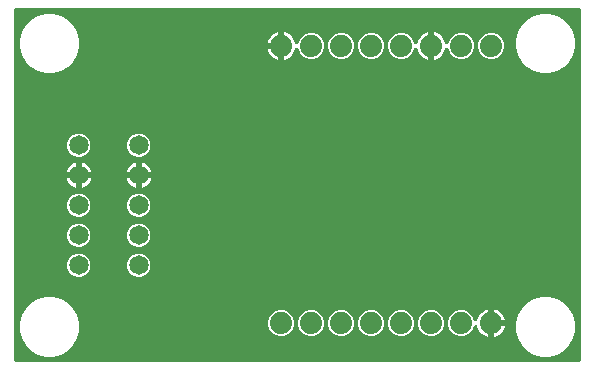
<source format=gbr>
G04 EAGLE Gerber RS-274X export*
G75*
%MOMM*%
%FSLAX34Y34*%
%LPD*%
%INBottom Copper*%
%IPPOS*%
%AMOC8*
5,1,8,0,0,1.08239X$1,22.5*%
G01*
%ADD10C,1.879600*%
%ADD11C,1.650000*%

G36*
X488342Y10164D02*
X488342Y10164D01*
X488368Y10162D01*
X488515Y10184D01*
X488662Y10201D01*
X488687Y10209D01*
X488713Y10213D01*
X488851Y10268D01*
X488990Y10318D01*
X489012Y10332D01*
X489037Y10342D01*
X489158Y10427D01*
X489283Y10507D01*
X489301Y10526D01*
X489323Y10541D01*
X489422Y10651D01*
X489525Y10758D01*
X489539Y10780D01*
X489556Y10800D01*
X489628Y10930D01*
X489704Y11057D01*
X489712Y11082D01*
X489725Y11105D01*
X489765Y11248D01*
X489810Y11389D01*
X489812Y11415D01*
X489820Y11440D01*
X489839Y11684D01*
X489839Y308316D01*
X489836Y308342D01*
X489838Y308368D01*
X489816Y308515D01*
X489799Y308662D01*
X489791Y308687D01*
X489787Y308713D01*
X489732Y308851D01*
X489682Y308990D01*
X489668Y309012D01*
X489658Y309037D01*
X489573Y309158D01*
X489493Y309283D01*
X489474Y309301D01*
X489459Y309323D01*
X489349Y309422D01*
X489242Y309525D01*
X489220Y309539D01*
X489200Y309556D01*
X489070Y309628D01*
X488943Y309704D01*
X488918Y309712D01*
X488895Y309725D01*
X488752Y309765D01*
X488611Y309810D01*
X488585Y309812D01*
X488560Y309820D01*
X488316Y309839D01*
X11684Y309839D01*
X11658Y309836D01*
X11632Y309838D01*
X11485Y309816D01*
X11338Y309799D01*
X11313Y309791D01*
X11287Y309787D01*
X11149Y309732D01*
X11010Y309682D01*
X10988Y309668D01*
X10963Y309658D01*
X10842Y309573D01*
X10717Y309493D01*
X10699Y309474D01*
X10677Y309459D01*
X10578Y309349D01*
X10475Y309242D01*
X10461Y309220D01*
X10444Y309200D01*
X10372Y309070D01*
X10296Y308943D01*
X10288Y308918D01*
X10275Y308895D01*
X10235Y308752D01*
X10190Y308611D01*
X10188Y308585D01*
X10180Y308560D01*
X10161Y308316D01*
X10161Y11684D01*
X10164Y11658D01*
X10162Y11632D01*
X10184Y11485D01*
X10201Y11338D01*
X10209Y11313D01*
X10213Y11287D01*
X10268Y11149D01*
X10318Y11010D01*
X10332Y10988D01*
X10342Y10963D01*
X10427Y10842D01*
X10507Y10717D01*
X10526Y10699D01*
X10541Y10677D01*
X10651Y10578D01*
X10758Y10475D01*
X10780Y10461D01*
X10800Y10444D01*
X10930Y10372D01*
X11057Y10296D01*
X11082Y10288D01*
X11105Y10275D01*
X11248Y10235D01*
X11389Y10190D01*
X11415Y10188D01*
X11440Y10180D01*
X11684Y10161D01*
X488316Y10161D01*
X488342Y10164D01*
G37*
%LPC*%
G36*
X456688Y254839D02*
X456688Y254839D01*
X450288Y256554D01*
X444551Y259866D01*
X439866Y264551D01*
X436554Y270288D01*
X434839Y276688D01*
X434839Y283312D01*
X436554Y289712D01*
X439866Y295449D01*
X444551Y300134D01*
X450288Y303446D01*
X456688Y305161D01*
X463312Y305161D01*
X469712Y303446D01*
X475449Y300134D01*
X480134Y295449D01*
X483446Y289712D01*
X485161Y283312D01*
X485161Y276688D01*
X483446Y270288D01*
X480134Y264551D01*
X475449Y259866D01*
X469712Y256554D01*
X463312Y254839D01*
X456688Y254839D01*
G37*
%LPD*%
%LPC*%
G36*
X36688Y254839D02*
X36688Y254839D01*
X30288Y256554D01*
X24551Y259866D01*
X19866Y264551D01*
X16554Y270288D01*
X14839Y276688D01*
X14839Y283312D01*
X16554Y289712D01*
X19866Y295449D01*
X24551Y300134D01*
X30288Y303446D01*
X36688Y305161D01*
X43312Y305161D01*
X49712Y303446D01*
X55449Y300134D01*
X60134Y295449D01*
X63446Y289712D01*
X65161Y283312D01*
X65161Y276688D01*
X63446Y270288D01*
X60134Y264551D01*
X55449Y259866D01*
X49712Y256554D01*
X43312Y254839D01*
X36688Y254839D01*
G37*
%LPD*%
%LPC*%
G36*
X456688Y14839D02*
X456688Y14839D01*
X450288Y16554D01*
X444551Y19866D01*
X439866Y24551D01*
X436554Y30288D01*
X434839Y36688D01*
X434839Y43312D01*
X436554Y49712D01*
X439866Y55449D01*
X444551Y60134D01*
X450288Y63446D01*
X456688Y65161D01*
X463312Y65161D01*
X469712Y63446D01*
X475449Y60134D01*
X480134Y55449D01*
X483446Y49712D01*
X485161Y43312D01*
X485161Y36688D01*
X483446Y30288D01*
X480134Y24551D01*
X475449Y19866D01*
X469712Y16554D01*
X463312Y14839D01*
X456688Y14839D01*
G37*
%LPD*%
%LPC*%
G36*
X36688Y14839D02*
X36688Y14839D01*
X30288Y16554D01*
X24551Y19866D01*
X19866Y24551D01*
X16554Y30288D01*
X14839Y36688D01*
X14839Y43312D01*
X16554Y49712D01*
X19866Y55449D01*
X24551Y60134D01*
X30288Y63446D01*
X36688Y65161D01*
X43312Y65161D01*
X49712Y63446D01*
X55449Y60134D01*
X60134Y55449D01*
X63446Y49712D01*
X65161Y43312D01*
X65161Y36688D01*
X63446Y30288D01*
X60134Y24551D01*
X55449Y19866D01*
X49712Y16554D01*
X43312Y14839D01*
X36688Y14839D01*
G37*
%LPD*%
%LPC*%
G36*
X238939Y276884D02*
X238939Y276884D01*
X238936Y276910D01*
X238938Y276936D01*
X238916Y277083D01*
X238899Y277230D01*
X238891Y277255D01*
X238887Y277281D01*
X238832Y277418D01*
X238782Y277558D01*
X238768Y277580D01*
X238758Y277605D01*
X238673Y277726D01*
X238593Y277851D01*
X238574Y277869D01*
X238559Y277891D01*
X238543Y277905D01*
X238625Y277990D01*
X238639Y278013D01*
X238656Y278032D01*
X238728Y278162D01*
X238804Y278289D01*
X238812Y278314D01*
X238825Y278337D01*
X238865Y278480D01*
X238910Y278621D01*
X238912Y278647D01*
X238920Y278672D01*
X238939Y278916D01*
X238939Y289585D01*
X239196Y289545D01*
X240983Y288964D01*
X242657Y288111D01*
X244178Y287006D01*
X245506Y285678D01*
X246611Y284157D01*
X247464Y282483D01*
X248045Y280696D01*
X248055Y280633D01*
X248083Y280531D01*
X248102Y280428D01*
X248130Y280364D01*
X248148Y280297D01*
X248199Y280205D01*
X248241Y280108D01*
X248282Y280052D01*
X248316Y279991D01*
X248386Y279913D01*
X248449Y279829D01*
X248502Y279784D01*
X248548Y279732D01*
X248634Y279671D01*
X248715Y279603D01*
X248777Y279572D01*
X248834Y279532D01*
X248931Y279493D01*
X249025Y279445D01*
X249092Y279428D01*
X249157Y279402D01*
X249261Y279386D01*
X249363Y279360D01*
X249433Y279359D01*
X249501Y279349D01*
X249606Y279357D01*
X249712Y279355D01*
X249780Y279370D01*
X249849Y279376D01*
X249949Y279407D01*
X250052Y279430D01*
X250115Y279460D01*
X250181Y279481D01*
X250272Y279534D01*
X250367Y279579D01*
X250421Y279623D01*
X250481Y279658D01*
X250557Y279731D01*
X250639Y279797D01*
X250682Y279851D01*
X250733Y279900D01*
X250790Y279988D01*
X250855Y280070D01*
X250897Y280153D01*
X250923Y280192D01*
X250936Y280228D01*
X250967Y280288D01*
X252540Y284087D01*
X255613Y287160D01*
X259627Y288823D01*
X263973Y288823D01*
X267987Y287160D01*
X271060Y284087D01*
X272723Y280073D01*
X272723Y275727D01*
X271060Y271713D01*
X267987Y268640D01*
X263973Y266977D01*
X259627Y266977D01*
X255613Y268640D01*
X252540Y271713D01*
X250967Y275512D01*
X250915Y275604D01*
X250873Y275700D01*
X250831Y275756D01*
X250797Y275816D01*
X250726Y275894D01*
X250663Y275978D01*
X250610Y276023D01*
X250563Y276075D01*
X250476Y276135D01*
X250396Y276202D01*
X250334Y276233D01*
X250276Y276273D01*
X250178Y276311D01*
X250085Y276359D01*
X250017Y276375D01*
X249952Y276401D01*
X249848Y276416D01*
X249746Y276441D01*
X249676Y276441D01*
X249607Y276451D01*
X249502Y276443D01*
X249397Y276444D01*
X249329Y276428D01*
X249260Y276423D01*
X249160Y276390D01*
X249057Y276367D01*
X248995Y276337D01*
X248928Y276315D01*
X248838Y276261D01*
X248744Y276215D01*
X248689Y276172D01*
X248630Y276136D01*
X248554Y276062D01*
X248473Y275996D01*
X248430Y275942D01*
X248380Y275893D01*
X248323Y275804D01*
X248258Y275721D01*
X248229Y275658D01*
X248192Y275600D01*
X248156Y275501D01*
X248112Y275405D01*
X248090Y275315D01*
X248075Y275271D01*
X248071Y275233D01*
X248055Y275167D01*
X248045Y275104D01*
X247464Y273317D01*
X246611Y271643D01*
X245506Y270122D01*
X244178Y268794D01*
X242657Y267689D01*
X240983Y266836D01*
X239196Y266255D01*
X238939Y266215D01*
X238939Y276884D01*
G37*
%LPD*%
%LPC*%
G36*
X365939Y276884D02*
X365939Y276884D01*
X365936Y276910D01*
X365938Y276936D01*
X365916Y277083D01*
X365899Y277230D01*
X365891Y277255D01*
X365887Y277281D01*
X365832Y277418D01*
X365782Y277558D01*
X365768Y277580D01*
X365758Y277605D01*
X365673Y277726D01*
X365593Y277851D01*
X365574Y277869D01*
X365559Y277891D01*
X365543Y277905D01*
X365625Y277990D01*
X365639Y278013D01*
X365656Y278032D01*
X365728Y278162D01*
X365804Y278289D01*
X365812Y278314D01*
X365825Y278337D01*
X365865Y278480D01*
X365910Y278621D01*
X365912Y278647D01*
X365920Y278672D01*
X365939Y278916D01*
X365939Y289585D01*
X366196Y289545D01*
X367983Y288964D01*
X369657Y288111D01*
X371178Y287006D01*
X372506Y285678D01*
X373611Y284157D01*
X374464Y282483D01*
X375045Y280696D01*
X375055Y280633D01*
X375083Y280531D01*
X375102Y280428D01*
X375130Y280364D01*
X375148Y280297D01*
X375199Y280205D01*
X375241Y280108D01*
X375282Y280052D01*
X375316Y279991D01*
X375386Y279913D01*
X375449Y279829D01*
X375502Y279784D01*
X375548Y279732D01*
X375634Y279671D01*
X375715Y279603D01*
X375777Y279572D01*
X375834Y279532D01*
X375931Y279493D01*
X376025Y279445D01*
X376092Y279428D01*
X376157Y279402D01*
X376261Y279386D01*
X376363Y279360D01*
X376433Y279359D01*
X376501Y279349D01*
X376606Y279357D01*
X376712Y279355D01*
X376780Y279370D01*
X376849Y279376D01*
X376949Y279407D01*
X377052Y279430D01*
X377115Y279460D01*
X377181Y279481D01*
X377272Y279534D01*
X377367Y279579D01*
X377421Y279623D01*
X377481Y279658D01*
X377557Y279731D01*
X377639Y279797D01*
X377682Y279851D01*
X377733Y279900D01*
X377790Y279988D01*
X377855Y280070D01*
X377897Y280153D01*
X377923Y280192D01*
X377936Y280228D01*
X377967Y280288D01*
X379540Y284087D01*
X382613Y287160D01*
X386627Y288823D01*
X390973Y288823D01*
X394987Y287160D01*
X398060Y284087D01*
X399723Y280073D01*
X399723Y275727D01*
X398060Y271713D01*
X394987Y268640D01*
X390973Y266977D01*
X386627Y266977D01*
X382613Y268640D01*
X379540Y271713D01*
X377967Y275512D01*
X377915Y275604D01*
X377873Y275700D01*
X377831Y275756D01*
X377797Y275816D01*
X377726Y275894D01*
X377663Y275978D01*
X377610Y276023D01*
X377563Y276075D01*
X377476Y276135D01*
X377396Y276202D01*
X377334Y276233D01*
X377276Y276273D01*
X377178Y276311D01*
X377085Y276359D01*
X377017Y276375D01*
X376952Y276401D01*
X376848Y276416D01*
X376746Y276441D01*
X376676Y276441D01*
X376607Y276451D01*
X376502Y276443D01*
X376397Y276444D01*
X376329Y276428D01*
X376260Y276423D01*
X376160Y276390D01*
X376057Y276367D01*
X375995Y276337D01*
X375928Y276315D01*
X375838Y276261D01*
X375744Y276215D01*
X375689Y276172D01*
X375630Y276136D01*
X375554Y276062D01*
X375473Y275996D01*
X375430Y275942D01*
X375380Y275893D01*
X375323Y275804D01*
X375258Y275721D01*
X375229Y275658D01*
X375192Y275600D01*
X375156Y275501D01*
X375112Y275405D01*
X375090Y275315D01*
X375075Y275271D01*
X375071Y275233D01*
X375055Y275167D01*
X375045Y275104D01*
X374464Y273317D01*
X373611Y271643D01*
X372506Y270122D01*
X371178Y268794D01*
X369657Y267689D01*
X367983Y266836D01*
X366196Y266255D01*
X365939Y266215D01*
X365939Y276884D01*
G37*
%LPD*%
%LPC*%
G36*
X360604Y266255D02*
X360604Y266255D01*
X358817Y266836D01*
X357143Y267689D01*
X355622Y268794D01*
X354294Y270122D01*
X353189Y271643D01*
X352336Y273317D01*
X351755Y275104D01*
X351745Y275167D01*
X351717Y275269D01*
X351698Y275372D01*
X351670Y275436D01*
X351652Y275503D01*
X351601Y275595D01*
X351559Y275692D01*
X351518Y275748D01*
X351484Y275809D01*
X351414Y275887D01*
X351351Y275971D01*
X351298Y276016D01*
X351252Y276068D01*
X351166Y276129D01*
X351085Y276197D01*
X351023Y276228D01*
X350966Y276268D01*
X350869Y276307D01*
X350775Y276355D01*
X350708Y276372D01*
X350643Y276398D01*
X350539Y276414D01*
X350437Y276440D01*
X350367Y276441D01*
X350299Y276451D01*
X350194Y276443D01*
X350088Y276445D01*
X350020Y276430D01*
X349951Y276424D01*
X349851Y276393D01*
X349748Y276370D01*
X349685Y276340D01*
X349619Y276319D01*
X349528Y276266D01*
X349433Y276221D01*
X349379Y276177D01*
X349319Y276142D01*
X349243Y276069D01*
X349161Y276003D01*
X349118Y275949D01*
X349067Y275900D01*
X349010Y275812D01*
X348945Y275730D01*
X348903Y275647D01*
X348877Y275608D01*
X348864Y275572D01*
X348833Y275512D01*
X347260Y271713D01*
X344187Y268640D01*
X340173Y266977D01*
X335827Y266977D01*
X331813Y268640D01*
X328740Y271713D01*
X327077Y275727D01*
X327077Y280073D01*
X328740Y284087D01*
X331813Y287160D01*
X335827Y288823D01*
X340173Y288823D01*
X344187Y287160D01*
X347260Y284087D01*
X348833Y280288D01*
X348885Y280196D01*
X348927Y280100D01*
X348969Y280044D01*
X349003Y279984D01*
X349074Y279906D01*
X349137Y279822D01*
X349190Y279777D01*
X349237Y279725D01*
X349324Y279665D01*
X349404Y279598D01*
X349466Y279567D01*
X349524Y279527D01*
X349622Y279489D01*
X349715Y279441D01*
X349783Y279425D01*
X349848Y279399D01*
X349952Y279384D01*
X350054Y279359D01*
X350124Y279359D01*
X350193Y279349D01*
X350298Y279357D01*
X350403Y279356D01*
X350471Y279372D01*
X350540Y279377D01*
X350640Y279410D01*
X350743Y279433D01*
X350805Y279463D01*
X350872Y279485D01*
X350962Y279539D01*
X351056Y279585D01*
X351111Y279628D01*
X351170Y279664D01*
X351246Y279738D01*
X351327Y279804D01*
X351370Y279858D01*
X351420Y279907D01*
X351477Y279996D01*
X351542Y280079D01*
X351571Y280142D01*
X351608Y280200D01*
X351644Y280299D01*
X351688Y280395D01*
X351710Y280485D01*
X351725Y280529D01*
X351729Y280567D01*
X351745Y280633D01*
X351755Y280696D01*
X352336Y282483D01*
X353189Y284157D01*
X354294Y285678D01*
X355622Y287006D01*
X357143Y288111D01*
X358817Y288964D01*
X360604Y289545D01*
X360861Y289585D01*
X360861Y278916D01*
X360864Y278890D01*
X360862Y278864D01*
X360884Y278717D01*
X360901Y278570D01*
X360909Y278545D01*
X360913Y278519D01*
X360968Y278382D01*
X361018Y278242D01*
X361032Y278220D01*
X361042Y278195D01*
X361127Y278074D01*
X361207Y277949D01*
X361226Y277931D01*
X361241Y277909D01*
X361257Y277895D01*
X361175Y277810D01*
X361161Y277787D01*
X361144Y277768D01*
X361072Y277638D01*
X360996Y277511D01*
X360988Y277486D01*
X360975Y277463D01*
X360935Y277320D01*
X360890Y277179D01*
X360887Y277153D01*
X360880Y277128D01*
X360861Y276884D01*
X360861Y266215D01*
X360604Y266255D01*
G37*
%LPD*%
%LPC*%
G36*
X411204Y31355D02*
X411204Y31355D01*
X409417Y31936D01*
X407743Y32789D01*
X406222Y33894D01*
X404894Y35222D01*
X403789Y36743D01*
X402936Y38417D01*
X402355Y40204D01*
X402345Y40267D01*
X402317Y40369D01*
X402298Y40472D01*
X402270Y40536D01*
X402252Y40603D01*
X402201Y40695D01*
X402159Y40792D01*
X402118Y40848D01*
X402084Y40909D01*
X402014Y40987D01*
X401951Y41071D01*
X401898Y41116D01*
X401852Y41168D01*
X401766Y41229D01*
X401685Y41297D01*
X401623Y41328D01*
X401566Y41368D01*
X401469Y41407D01*
X401375Y41455D01*
X401308Y41472D01*
X401243Y41498D01*
X401139Y41514D01*
X401037Y41540D01*
X400967Y41541D01*
X400899Y41551D01*
X400794Y41543D01*
X400688Y41545D01*
X400620Y41530D01*
X400551Y41524D01*
X400451Y41493D01*
X400348Y41470D01*
X400285Y41440D01*
X400219Y41419D01*
X400128Y41366D01*
X400033Y41321D01*
X399979Y41277D01*
X399919Y41242D01*
X399843Y41169D01*
X399761Y41103D01*
X399718Y41049D01*
X399667Y41000D01*
X399610Y40912D01*
X399545Y40830D01*
X399503Y40747D01*
X399477Y40708D01*
X399464Y40672D01*
X399433Y40612D01*
X397860Y36813D01*
X394787Y33740D01*
X390773Y32077D01*
X386427Y32077D01*
X382413Y33740D01*
X379340Y36813D01*
X377677Y40827D01*
X377677Y45173D01*
X379340Y49187D01*
X382413Y52260D01*
X386427Y53923D01*
X390773Y53923D01*
X394787Y52260D01*
X397860Y49187D01*
X399433Y45388D01*
X399485Y45296D01*
X399527Y45200D01*
X399569Y45144D01*
X399603Y45084D01*
X399674Y45006D01*
X399737Y44922D01*
X399790Y44877D01*
X399837Y44825D01*
X399924Y44765D01*
X400004Y44698D01*
X400066Y44667D01*
X400124Y44627D01*
X400222Y44589D01*
X400315Y44541D01*
X400383Y44525D01*
X400448Y44499D01*
X400552Y44484D01*
X400654Y44459D01*
X400724Y44459D01*
X400793Y44449D01*
X400898Y44457D01*
X401003Y44456D01*
X401071Y44472D01*
X401140Y44477D01*
X401240Y44510D01*
X401343Y44533D01*
X401405Y44563D01*
X401472Y44585D01*
X401562Y44639D01*
X401656Y44685D01*
X401711Y44728D01*
X401770Y44764D01*
X401846Y44838D01*
X401927Y44904D01*
X401970Y44958D01*
X402020Y45007D01*
X402077Y45096D01*
X402142Y45179D01*
X402171Y45242D01*
X402208Y45300D01*
X402244Y45399D01*
X402288Y45495D01*
X402310Y45585D01*
X402325Y45629D01*
X402329Y45667D01*
X402345Y45733D01*
X402355Y45796D01*
X402936Y47583D01*
X403789Y49257D01*
X404894Y50778D01*
X406222Y52106D01*
X407743Y53211D01*
X409417Y54064D01*
X411204Y54645D01*
X411461Y54685D01*
X411461Y44016D01*
X411464Y43990D01*
X411462Y43964D01*
X411484Y43817D01*
X411501Y43670D01*
X411509Y43645D01*
X411513Y43619D01*
X411568Y43482D01*
X411618Y43342D01*
X411632Y43320D01*
X411642Y43295D01*
X411727Y43174D01*
X411807Y43049D01*
X411826Y43031D01*
X411841Y43009D01*
X411857Y42995D01*
X411775Y42910D01*
X411761Y42887D01*
X411744Y42868D01*
X411672Y42738D01*
X411596Y42611D01*
X411588Y42586D01*
X411575Y42563D01*
X411535Y42420D01*
X411490Y42279D01*
X411487Y42253D01*
X411480Y42228D01*
X411461Y41984D01*
X411461Y31315D01*
X411204Y31355D01*
G37*
%LPD*%
%LPC*%
G36*
X412027Y266977D02*
X412027Y266977D01*
X408013Y268640D01*
X404940Y271713D01*
X403277Y275727D01*
X403277Y280073D01*
X404940Y284087D01*
X408013Y287160D01*
X412027Y288823D01*
X416373Y288823D01*
X420387Y287160D01*
X423460Y284087D01*
X425123Y280073D01*
X425123Y275727D01*
X423460Y271713D01*
X420387Y268640D01*
X416373Y266977D01*
X412027Y266977D01*
G37*
%LPD*%
%LPC*%
G36*
X310427Y266977D02*
X310427Y266977D01*
X306413Y268640D01*
X303340Y271713D01*
X301677Y275727D01*
X301677Y280073D01*
X303340Y284087D01*
X306413Y287160D01*
X310427Y288823D01*
X314773Y288823D01*
X318787Y287160D01*
X321860Y284087D01*
X323523Y280073D01*
X323523Y275727D01*
X321860Y271713D01*
X318787Y268640D01*
X314773Y266977D01*
X310427Y266977D01*
G37*
%LPD*%
%LPC*%
G36*
X285027Y266977D02*
X285027Y266977D01*
X281013Y268640D01*
X277940Y271713D01*
X276277Y275727D01*
X276277Y280073D01*
X277940Y284087D01*
X281013Y287160D01*
X285027Y288823D01*
X289373Y288823D01*
X293387Y287160D01*
X296460Y284087D01*
X298123Y280073D01*
X298123Y275727D01*
X296460Y271713D01*
X293387Y268640D01*
X289373Y266977D01*
X285027Y266977D01*
G37*
%LPD*%
%LPC*%
G36*
X361027Y32077D02*
X361027Y32077D01*
X357013Y33740D01*
X353940Y36813D01*
X352277Y40827D01*
X352277Y45173D01*
X353940Y49187D01*
X357013Y52260D01*
X361027Y53923D01*
X365373Y53923D01*
X369387Y52260D01*
X372460Y49187D01*
X374123Y45173D01*
X374123Y40827D01*
X372460Y36813D01*
X369387Y33740D01*
X365373Y32077D01*
X361027Y32077D01*
G37*
%LPD*%
%LPC*%
G36*
X335627Y32077D02*
X335627Y32077D01*
X331613Y33740D01*
X328540Y36813D01*
X326877Y40827D01*
X326877Y45173D01*
X328540Y49187D01*
X331613Y52260D01*
X335627Y53923D01*
X339973Y53923D01*
X343987Y52260D01*
X347060Y49187D01*
X348723Y45173D01*
X348723Y40827D01*
X347060Y36813D01*
X343987Y33740D01*
X339973Y32077D01*
X335627Y32077D01*
G37*
%LPD*%
%LPC*%
G36*
X310227Y32077D02*
X310227Y32077D01*
X306213Y33740D01*
X303140Y36813D01*
X301477Y40827D01*
X301477Y45173D01*
X303140Y49187D01*
X306213Y52260D01*
X310227Y53923D01*
X314573Y53923D01*
X318587Y52260D01*
X321660Y49187D01*
X323323Y45173D01*
X323323Y40827D01*
X321660Y36813D01*
X318587Y33740D01*
X314573Y32077D01*
X310227Y32077D01*
G37*
%LPD*%
%LPC*%
G36*
X284827Y32077D02*
X284827Y32077D01*
X280813Y33740D01*
X277740Y36813D01*
X276077Y40827D01*
X276077Y45173D01*
X277740Y49187D01*
X280813Y52260D01*
X284827Y53923D01*
X289173Y53923D01*
X293187Y52260D01*
X296260Y49187D01*
X297923Y45173D01*
X297923Y40827D01*
X296260Y36813D01*
X293187Y33740D01*
X289173Y32077D01*
X284827Y32077D01*
G37*
%LPD*%
%LPC*%
G36*
X259427Y32077D02*
X259427Y32077D01*
X255413Y33740D01*
X252340Y36813D01*
X250677Y40827D01*
X250677Y45173D01*
X252340Y49187D01*
X255413Y52260D01*
X259427Y53923D01*
X263773Y53923D01*
X267787Y52260D01*
X270860Y49187D01*
X272523Y45173D01*
X272523Y40827D01*
X270860Y36813D01*
X267787Y33740D01*
X263773Y32077D01*
X259427Y32077D01*
G37*
%LPD*%
%LPC*%
G36*
X234027Y32077D02*
X234027Y32077D01*
X230013Y33740D01*
X226940Y36813D01*
X225277Y40827D01*
X225277Y45173D01*
X226940Y49187D01*
X230013Y52260D01*
X234027Y53923D01*
X238373Y53923D01*
X242387Y52260D01*
X245460Y49187D01*
X247123Y45173D01*
X247123Y40827D01*
X245460Y36813D01*
X242387Y33740D01*
X238373Y32077D01*
X234027Y32077D01*
G37*
%LPD*%
%LPC*%
G36*
X113856Y133225D02*
X113856Y133225D01*
X110263Y134713D01*
X107513Y137463D01*
X106025Y141056D01*
X106025Y144944D01*
X107513Y148537D01*
X110263Y151287D01*
X113856Y152775D01*
X117744Y152775D01*
X121337Y151287D01*
X124087Y148537D01*
X125575Y144944D01*
X125575Y141056D01*
X124087Y137463D01*
X121337Y134713D01*
X117744Y133225D01*
X113856Y133225D01*
G37*
%LPD*%
%LPC*%
G36*
X113856Y184025D02*
X113856Y184025D01*
X110263Y185513D01*
X107513Y188263D01*
X106025Y191856D01*
X106025Y195744D01*
X107513Y199337D01*
X110263Y202087D01*
X113856Y203575D01*
X117744Y203575D01*
X121337Y202087D01*
X124087Y199337D01*
X125575Y195744D01*
X125575Y191856D01*
X124087Y188263D01*
X121337Y185513D01*
X117744Y184025D01*
X113856Y184025D01*
G37*
%LPD*%
%LPC*%
G36*
X63056Y184025D02*
X63056Y184025D01*
X59463Y185513D01*
X56713Y188263D01*
X55225Y191856D01*
X55225Y195744D01*
X56713Y199337D01*
X59463Y202087D01*
X63056Y203575D01*
X66944Y203575D01*
X70537Y202087D01*
X73287Y199337D01*
X74775Y195744D01*
X74775Y191856D01*
X73287Y188263D01*
X70537Y185513D01*
X66944Y184025D01*
X63056Y184025D01*
G37*
%LPD*%
%LPC*%
G36*
X63056Y82425D02*
X63056Y82425D01*
X59463Y83913D01*
X56713Y86663D01*
X55225Y90256D01*
X55225Y94144D01*
X56713Y97737D01*
X59463Y100487D01*
X63056Y101975D01*
X66944Y101975D01*
X70537Y100487D01*
X73287Y97737D01*
X74775Y94144D01*
X74775Y90256D01*
X73287Y86663D01*
X70537Y83913D01*
X66944Y82425D01*
X63056Y82425D01*
G37*
%LPD*%
%LPC*%
G36*
X113856Y82425D02*
X113856Y82425D01*
X110263Y83913D01*
X107513Y86663D01*
X106025Y90256D01*
X106025Y94144D01*
X107513Y97737D01*
X110263Y100487D01*
X113856Y101975D01*
X117744Y101975D01*
X121337Y100487D01*
X124087Y97737D01*
X125575Y94144D01*
X125575Y90256D01*
X124087Y86663D01*
X121337Y83913D01*
X117744Y82425D01*
X113856Y82425D01*
G37*
%LPD*%
%LPC*%
G36*
X63056Y107825D02*
X63056Y107825D01*
X59463Y109313D01*
X56713Y112063D01*
X55225Y115656D01*
X55225Y119544D01*
X56713Y123137D01*
X59463Y125887D01*
X63056Y127375D01*
X66944Y127375D01*
X70537Y125887D01*
X73287Y123137D01*
X74775Y119544D01*
X74775Y115656D01*
X73287Y112063D01*
X70537Y109313D01*
X66944Y107825D01*
X63056Y107825D01*
G37*
%LPD*%
%LPC*%
G36*
X113856Y107825D02*
X113856Y107825D01*
X110263Y109313D01*
X107513Y112063D01*
X106025Y115656D01*
X106025Y119544D01*
X107513Y123137D01*
X110263Y125887D01*
X113856Y127375D01*
X117744Y127375D01*
X121337Y125887D01*
X124087Y123137D01*
X125575Y119544D01*
X125575Y115656D01*
X124087Y112063D01*
X121337Y109313D01*
X117744Y107825D01*
X113856Y107825D01*
G37*
%LPD*%
%LPC*%
G36*
X63056Y133225D02*
X63056Y133225D01*
X59463Y134713D01*
X56713Y137463D01*
X55225Y141056D01*
X55225Y144944D01*
X56713Y148537D01*
X59463Y151287D01*
X63056Y152775D01*
X66944Y152775D01*
X70537Y151287D01*
X73287Y148537D01*
X74775Y144944D01*
X74775Y141056D01*
X73287Y137463D01*
X70537Y134713D01*
X66944Y133225D01*
X63056Y133225D01*
G37*
%LPD*%
%LPC*%
G36*
X416539Y45539D02*
X416539Y45539D01*
X416539Y54685D01*
X416796Y54645D01*
X418583Y54064D01*
X420257Y53211D01*
X421778Y52106D01*
X423106Y50778D01*
X424211Y49257D01*
X425064Y47583D01*
X425645Y45796D01*
X425685Y45539D01*
X416539Y45539D01*
G37*
%LPD*%
%LPC*%
G36*
X416539Y40461D02*
X416539Y40461D01*
X425685Y40461D01*
X425645Y40204D01*
X425064Y38417D01*
X424211Y36743D01*
X423106Y35222D01*
X421778Y33894D01*
X420257Y32789D01*
X418583Y31936D01*
X416796Y31355D01*
X416539Y31315D01*
X416539Y40461D01*
G37*
%LPD*%
%LPC*%
G36*
X224715Y280439D02*
X224715Y280439D01*
X224755Y280696D01*
X225336Y282483D01*
X226189Y284157D01*
X227294Y285678D01*
X228622Y287006D01*
X230143Y288111D01*
X231817Y288964D01*
X233604Y289545D01*
X233861Y289585D01*
X233861Y280439D01*
X224715Y280439D01*
G37*
%LPD*%
%LPC*%
G36*
X233604Y266255D02*
X233604Y266255D01*
X231817Y266836D01*
X230143Y267689D01*
X228622Y268794D01*
X227294Y270122D01*
X226189Y271643D01*
X225336Y273317D01*
X224755Y275104D01*
X224715Y275361D01*
X233861Y275361D01*
X233861Y266215D01*
X233604Y266255D01*
G37*
%LPD*%
%LPC*%
G36*
X67749Y171149D02*
X67749Y171149D01*
X67749Y178853D01*
X69142Y178400D01*
X70656Y177629D01*
X72030Y176631D01*
X73231Y175430D01*
X74229Y174056D01*
X75000Y172542D01*
X75453Y171149D01*
X67749Y171149D01*
G37*
%LPD*%
%LPC*%
G36*
X118549Y171149D02*
X118549Y171149D01*
X118549Y178853D01*
X119942Y178400D01*
X121456Y177629D01*
X122830Y176631D01*
X124031Y175430D01*
X125029Y174056D01*
X125800Y172542D01*
X126253Y171149D01*
X118549Y171149D01*
G37*
%LPD*%
%LPC*%
G36*
X118549Y165651D02*
X118549Y165651D01*
X126253Y165651D01*
X125800Y164258D01*
X125029Y162744D01*
X124031Y161370D01*
X122830Y160169D01*
X121456Y159171D01*
X119942Y158400D01*
X118549Y157947D01*
X118549Y165651D01*
G37*
%LPD*%
%LPC*%
G36*
X54547Y171149D02*
X54547Y171149D01*
X55000Y172542D01*
X55771Y174056D01*
X56769Y175430D01*
X57970Y176631D01*
X59344Y177629D01*
X60858Y178400D01*
X62251Y178853D01*
X62251Y171149D01*
X54547Y171149D01*
G37*
%LPD*%
%LPC*%
G36*
X105347Y171149D02*
X105347Y171149D01*
X105800Y172542D01*
X106571Y174056D01*
X107569Y175430D01*
X108770Y176631D01*
X110144Y177629D01*
X111658Y178400D01*
X113051Y178853D01*
X113051Y171149D01*
X105347Y171149D01*
G37*
%LPD*%
%LPC*%
G36*
X67749Y165651D02*
X67749Y165651D01*
X75453Y165651D01*
X75000Y164258D01*
X74229Y162744D01*
X73231Y161370D01*
X72030Y160169D01*
X70656Y159171D01*
X69142Y158400D01*
X67749Y157947D01*
X67749Y165651D01*
G37*
%LPD*%
%LPC*%
G36*
X111658Y158400D02*
X111658Y158400D01*
X110144Y159171D01*
X108770Y160169D01*
X107569Y161370D01*
X106571Y162744D01*
X105800Y164258D01*
X105347Y165651D01*
X113051Y165651D01*
X113051Y157947D01*
X111658Y158400D01*
G37*
%LPD*%
%LPC*%
G36*
X60858Y158400D02*
X60858Y158400D01*
X59344Y159171D01*
X57970Y160169D01*
X56769Y161370D01*
X55771Y162744D01*
X55000Y164258D01*
X54547Y165651D01*
X62251Y165651D01*
X62251Y157947D01*
X60858Y158400D01*
G37*
%LPD*%
D10*
X236400Y277900D03*
X261800Y277900D03*
X287200Y277900D03*
X312600Y277900D03*
X338000Y277900D03*
X363400Y277900D03*
X388800Y277900D03*
X414200Y277900D03*
X236200Y43000D03*
X261600Y43000D03*
X287000Y43000D03*
X312400Y43000D03*
X337800Y43000D03*
X363200Y43000D03*
X388600Y43000D03*
X414000Y43000D03*
D11*
X65000Y193800D03*
X115800Y193800D03*
X65000Y168400D03*
X115800Y168400D03*
X65000Y143000D03*
X115800Y143000D03*
X65000Y117600D03*
X115800Y117600D03*
X65000Y92200D03*
X115800Y92200D03*
M02*

</source>
